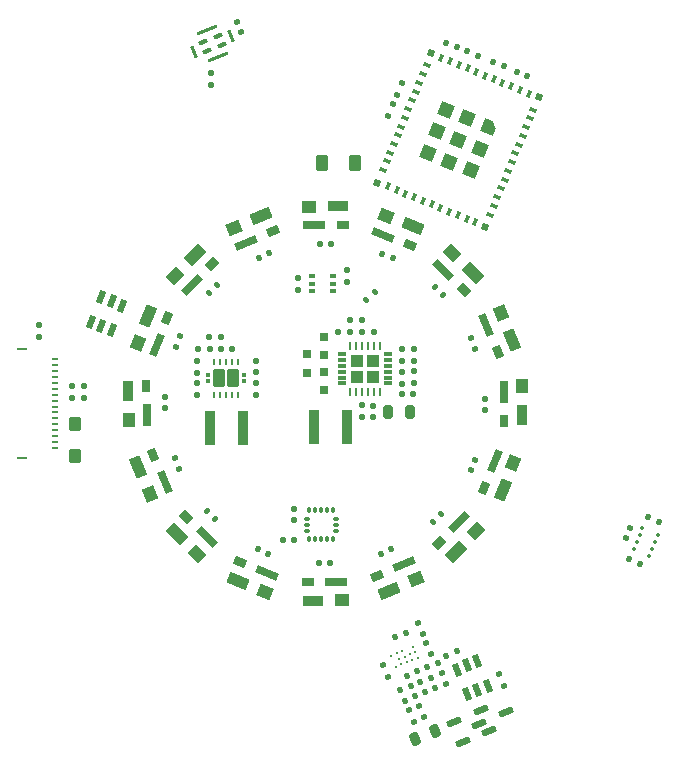
<source format=gtp>
%TF.GenerationSoftware,KiCad,Pcbnew,7.0.8*%
%TF.CreationDate,2023-10-15T21:23:35+02:00*%
%TF.ProjectId,blinkekatze,626c696e-6b65-46b6-9174-7a652e6b6963,rev?*%
%TF.SameCoordinates,Original*%
%TF.FileFunction,Paste,Top*%
%TF.FilePolarity,Positive*%
%FSLAX46Y46*%
G04 Gerber Fmt 4.6, Leading zero omitted, Abs format (unit mm)*
G04 Created by KiCad (PCBNEW 7.0.8) date 2023-10-15 21:23:35*
%MOMM*%
%LPD*%
G01*
G04 APERTURE LIST*
G04 Aperture macros list*
%AMRoundRect*
0 Rectangle with rounded corners*
0 $1 Rounding radius*
0 $2 $3 $4 $5 $6 $7 $8 $9 X,Y pos of 4 corners*
0 Add a 4 corners polygon primitive as box body*
4,1,4,$2,$3,$4,$5,$6,$7,$8,$9,$2,$3,0*
0 Add four circle primitives for the rounded corners*
1,1,$1+$1,$2,$3*
1,1,$1+$1,$4,$5*
1,1,$1+$1,$6,$7*
1,1,$1+$1,$8,$9*
0 Add four rect primitives between the rounded corners*
20,1,$1+$1,$2,$3,$4,$5,0*
20,1,$1+$1,$4,$5,$6,$7,0*
20,1,$1+$1,$6,$7,$8,$9,0*
20,1,$1+$1,$8,$9,$2,$3,0*%
%AMRotRect*
0 Rectangle, with rotation*
0 The origin of the aperture is its center*
0 $1 length*
0 $2 width*
0 $3 Rotation angle, in degrees counterclockwise*
0 Add horizontal line*
21,1,$1,$2,0,0,$3*%
%AMFreePoly0*
4,1,6,0.580000,-0.580000,-0.580000,-0.580000,-0.580000,0.084940,-0.084940,0.580000,0.580000,0.580000,0.580000,-0.580000,0.580000,-0.580000,$1*%
%AMFreePoly1*
4,1,5,0.280000,-0.280000,-0.280000,-0.280000,-0.280000,0.280000,0.280000,0.280000,0.280000,-0.280000,0.280000,-0.280000,$1*%
G04 Aperture macros list end*
%ADD10RoundRect,0.081000X0.213341X-0.057754X0.110017X0.191693X-0.213341X0.057754X-0.110017X-0.191693X0*%
%ADD11RoundRect,0.081000X0.110017X-0.191693X0.213341X0.057754X-0.110017X0.191693X-0.213341X-0.057754X0*%
%ADD12RoundRect,0.032500X0.107500X-0.187500X0.107500X0.187500X-0.107500X0.187500X-0.107500X-0.187500X0*%
%ADD13RoundRect,0.052500X0.167500X-0.087500X0.167500X0.087500X-0.167500X0.087500X-0.167500X-0.087500X0*%
%ADD14RotRect,0.280000X0.280000X247.500000*%
%ADD15R,0.960000X2.960000*%
%ADD16RoundRect,0.010000X-0.250000X-0.110000X0.250000X-0.110000X0.250000X0.110000X-0.250000X0.110000X0*%
%ADD17RotRect,1.040000X0.720000X45.000000*%
%ADD18RotRect,1.760000X0.960000X45.000000*%
%ADD19RotRect,1.200000X1.040000X45.000000*%
%ADD20RotRect,1.920000X0.640000X45.000000*%
%ADD21RoundRect,0.081000X0.135000X0.175000X-0.135000X0.175000X-0.135000X-0.175000X0.135000X-0.175000X0*%
%ADD22R,1.040000X0.720000*%
%ADD23R,1.760000X0.960000*%
%ADD24R,1.200000X1.040000*%
%ADD25R,1.920000X0.640000*%
%ADD26RotRect,1.040000X0.720000X67.500000*%
%ADD27RotRect,1.760000X0.960000X67.500000*%
%ADD28RotRect,1.200000X1.040000X67.500000*%
%ADD29RotRect,1.920000X0.640000X67.500000*%
%ADD30RoundRect,0.084000X0.192103X0.097941X-0.066583X0.205092X-0.192103X-0.097941X0.066583X-0.205092X0*%
%ADD31RoundRect,0.135000X0.245000X-0.225000X0.245000X0.225000X-0.245000X0.225000X-0.245000X-0.225000X0*%
%ADD32RoundRect,0.084000X0.205092X-0.066583X0.097941X0.192103X-0.205092X0.066583X-0.097941X-0.192103X0*%
%ADD33RoundRect,0.110000X-0.430000X0.450000X-0.430000X-0.450000X0.430000X-0.450000X0.430000X0.450000X0*%
%ADD34RoundRect,0.084000X-0.164000X0.140000X-0.164000X-0.140000X0.164000X-0.140000X0.164000X0.140000X0*%
%ADD35RoundRect,0.084000X-0.140000X-0.164000X0.140000X-0.164000X0.140000X0.164000X-0.140000X0.164000X0*%
%ADD36RoundRect,0.084000X-0.214960X-0.016971X-0.016971X-0.214960X0.214960X0.016971X0.016971X0.214960X0*%
%ADD37RoundRect,0.081000X-0.135000X-0.175000X0.135000X-0.175000X0.135000X0.175000X-0.135000X0.175000X0*%
%ADD38RoundRect,0.084000X0.066583X0.205092X-0.192103X0.097941X-0.066583X-0.205092X0.192103X-0.097941X0*%
%ADD39RotRect,1.040000X0.720000X22.500000*%
%ADD40RotRect,1.760000X0.960000X22.500000*%
%ADD41RotRect,1.200000X1.040000X22.500000*%
%ADD42RotRect,1.920000X0.640000X22.500000*%
%ADD43RoundRect,0.084000X-0.205092X0.066583X-0.097941X-0.192103X0.205092X-0.066583X0.097941X0.192103X0*%
%ADD44RoundRect,0.084000X-0.192103X-0.097941X0.066583X-0.205092X0.192103X0.097941X-0.066583X0.205092X0*%
%ADD45RoundRect,0.150000X-0.250000X-0.430000X0.250000X-0.430000X0.250000X0.430000X-0.250000X0.430000X0*%
%ADD46RoundRect,0.084000X0.016971X-0.214960X0.214960X-0.016971X-0.016971X0.214960X-0.214960X0.016971X0*%
%ADD47RoundRect,0.084000X-0.097941X0.192103X-0.205092X-0.066583X0.097941X-0.192103X0.205092X0.066583X0*%
%ADD48RoundRect,0.002500X-0.451892X-0.444248X0.633667X0.005405X0.451892X0.444248X-0.633667X-0.005405X0*%
%ADD49RoundRect,0.147500X-0.084661X-0.481555X0.400375X-0.280646X0.084661X0.481555X-0.400375X0.280646X0*%
%ADD50RoundRect,0.084000X-0.066583X-0.205092X0.192103X-0.097941X0.066583X0.205092X-0.192103X0.097941X0*%
%ADD51RoundRect,0.081000X-0.213341X0.057754X-0.110017X-0.191693X0.213341X-0.057754X0.110017X0.191693X0*%
%ADD52RoundRect,0.081000X-0.057754X-0.213341X0.191693X-0.110017X0.057754X0.213341X-0.191693X0.110017X0*%
%ADD53RoundRect,0.084000X-0.016971X0.214960X-0.214960X0.016971X0.016971X-0.214960X0.214960X-0.016971X0*%
%ADD54RoundRect,0.081000X0.175000X-0.135000X0.175000X0.135000X-0.175000X0.135000X-0.175000X-0.135000X0*%
%ADD55RoundRect,0.125000X0.375000X0.575000X-0.375000X0.575000X-0.375000X-0.575000X0.375000X-0.575000X0*%
%ADD56RoundRect,0.081000X-0.175000X0.135000X-0.175000X-0.135000X0.175000X-0.135000X0.175000X0.135000X0*%
%ADD57RotRect,1.040000X0.720000X247.500000*%
%ADD58RotRect,1.760000X0.960000X247.500000*%
%ADD59RotRect,1.200000X1.040000X247.500000*%
%ADD60RotRect,1.920000X0.640000X247.500000*%
%ADD61RotRect,1.040000X0.720000X337.500000*%
%ADD62RotRect,1.760000X0.960000X337.500000*%
%ADD63RotRect,1.200000X1.040000X337.500000*%
%ADD64RotRect,1.920000X0.640000X337.500000*%
%ADD65RoundRect,0.084000X0.164000X-0.140000X0.164000X0.140000X-0.164000X0.140000X-0.164000X-0.140000X0*%
%ADD66RoundRect,0.081000X0.057754X0.213341X-0.191693X0.110017X-0.057754X-0.213341X0.191693X-0.110017X0*%
%ADD67RotRect,1.040000X0.720000X202.500000*%
%ADD68RotRect,1.760000X0.960000X202.500000*%
%ADD69RotRect,1.200000X1.040000X202.500000*%
%ADD70RotRect,1.920000X0.640000X202.500000*%
%ADD71RoundRect,0.081000X0.191693X0.110017X-0.057754X0.213341X-0.191693X-0.110017X0.057754X-0.213341X0*%
%ADD72RoundRect,0.135000X-0.245000X0.225000X-0.245000X-0.225000X0.245000X-0.225000X0.245000X0.225000X0*%
%ADD73RoundRect,0.084000X0.140000X0.164000X-0.140000X0.164000X-0.140000X-0.164000X0.140000X-0.164000X0*%
%ADD74RoundRect,0.017500X0.401688X-0.388341X0.009438X0.558635X-0.401688X0.388341X-0.009438X-0.558635X0*%
%ADD75RotRect,1.040000X0.720000X157.500000*%
%ADD76RotRect,1.760000X0.960000X157.500000*%
%ADD77RotRect,1.200000X1.040000X157.500000*%
%ADD78RotRect,1.920000X0.640000X157.500000*%
%ADD79RotRect,0.640000X0.320000X247.500000*%
%ADD80RotRect,0.640000X0.320000X337.500000*%
%ADD81FreePoly0,247.500000*%
%ADD82RotRect,1.160000X1.160000X247.500000*%
%ADD83FreePoly1,247.500000*%
%ADD84RotRect,1.040000X0.720000X225.000000*%
%ADD85RotRect,1.760000X0.960000X225.000000*%
%ADD86RotRect,1.200000X1.040000X225.000000*%
%ADD87RotRect,1.920000X0.640000X225.000000*%
%ADD88RoundRect,0.025000X0.145000X-0.100000X0.145000X0.100000X-0.145000X0.100000X-0.145000X-0.100000X0*%
%ADD89RoundRect,0.106000X0.424000X-0.644000X0.424000X0.644000X-0.424000X0.644000X-0.424000X-0.644000X0*%
%ADD90R,0.192000X0.480000*%
%ADD91RoundRect,0.081000X-0.110017X0.191693X-0.213341X-0.057754X0.110017X-0.191693X0.213341X0.057754X0*%
%ADD92RotRect,1.040000X0.720000X292.500000*%
%ADD93RotRect,1.760000X0.960000X292.500000*%
%ADD94RotRect,1.200000X1.040000X292.500000*%
%ADD95RotRect,1.920000X0.640000X292.500000*%
%ADD96RotRect,1.040000X0.720000X135.000000*%
%ADD97RotRect,1.760000X0.960000X135.000000*%
%ADD98RotRect,1.200000X1.040000X135.000000*%
%ADD99RotRect,1.920000X0.640000X135.000000*%
%ADD100R,0.520000X0.240000*%
%ADD101R,0.920000X0.240000*%
%ADD102RoundRect,0.250000X0.295000X0.295000X-0.295000X0.295000X-0.295000X-0.295000X0.295000X-0.295000X0*%
%ADD103RoundRect,0.000000X0.330000X0.100000X-0.330000X0.100000X-0.330000X-0.100000X0.330000X-0.100000X0*%
%ADD104RoundRect,0.037500X0.062500X0.292500X-0.062500X0.292500X-0.062500X-0.292500X0.062500X-0.292500X0*%
%ADD105R,0.720000X1.040000*%
%ADD106R,0.960000X1.760000*%
%ADD107R,1.040000X1.200000*%
%ADD108R,0.640000X1.920000*%
%ADD109RoundRect,0.084000X0.097941X-0.192103X0.205092X0.066583X-0.097941X0.192103X-0.205092X-0.066583X0*%
%ADD110RoundRect,0.084000X0.214960X0.016971X0.016971X0.214960X-0.214960X-0.016971X-0.016971X-0.214960X0*%
%ADD111C,0.196000*%
%ADD112RotRect,0.360000X0.760000X112.500000*%
%ADD113RotRect,0.280000X1.840000X112.500000*%
%ADD114RotRect,1.040000X0.280000X112.500000*%
%ADD115RoundRect,0.081000X0.028284X-0.219203X0.219203X-0.028284X-0.028284X0.219203X-0.219203X0.028284X0*%
%ADD116RoundRect,0.017500X0.009438X-0.558635X0.401688X0.388341X-0.009438X0.558635X-0.401688X-0.388341X0*%
%ADD117RotRect,1.040000X0.720000X315.000000*%
%ADD118RotRect,1.760000X0.960000X315.000000*%
%ADD119RotRect,1.200000X1.040000X315.000000*%
%ADD120RotRect,1.920000X0.640000X315.000000*%
%ADD121RotRect,1.040000X0.720000X112.500000*%
%ADD122RotRect,1.760000X0.960000X112.500000*%
%ADD123RotRect,1.200000X1.040000X112.500000*%
%ADD124RotRect,1.920000X0.640000X112.500000*%
G04 APERTURE END LIST*
D10*
%TO.C,R6*%
X108354952Y-126567013D03*
X107964614Y-125624655D03*
%TD*%
D11*
%TO.C,R23*%
X106109662Y-73842358D03*
X106500000Y-72900000D03*
%TD*%
D12*
%TO.C,U10*%
X98658209Y-111478945D03*
X99158209Y-111478945D03*
X99658209Y-111478945D03*
X100158209Y-111478945D03*
X100658209Y-111478945D03*
D13*
X100883209Y-110753945D03*
X100883209Y-110253945D03*
X100883209Y-109753945D03*
D12*
X100658209Y-109028945D03*
X100158209Y-109028945D03*
X99658209Y-109028945D03*
X99158209Y-109028945D03*
X98658209Y-109028945D03*
D13*
X98433209Y-109753945D03*
X98433209Y-110253945D03*
X98433209Y-110753945D03*
%TD*%
D14*
%TO.C,U5*%
X128197488Y-111098957D03*
X127948744Y-111699479D03*
X127700000Y-112300000D03*
X127451255Y-112900522D03*
X126111630Y-112345631D03*
X126360374Y-111745109D03*
X126609118Y-111144588D03*
X126857863Y-110544066D03*
%TD*%
D15*
%TO.C,L4*%
X93000000Y-102045001D03*
X90200000Y-102045001D03*
%TD*%
D16*
%TO.C,U7*%
X98850003Y-89199996D03*
X98850003Y-89849996D03*
X98850003Y-90499996D03*
X100650003Y-90499996D03*
X100650003Y-89849996D03*
X100650003Y-89199996D03*
%TD*%
D17*
%TO.C,D15*%
X90411701Y-88190381D03*
D18*
X88997487Y-87412563D03*
D19*
X87300431Y-89180330D03*
D20*
X88714645Y-89958148D03*
%TD*%
D21*
%TO.C,R14*%
X102122502Y-93900000D03*
X101102502Y-93900000D03*
%TD*%
D22*
%TO.C,D13*%
X101500000Y-84850000D03*
D23*
X101050000Y-83300000D03*
D24*
X98600000Y-83350000D03*
D25*
X99050000Y-84900000D03*
%TD*%
D26*
%TO.C,D16*%
X86609323Y-92789462D03*
D27*
X85005102Y-92612048D03*
D28*
X84113721Y-94894687D03*
D29*
X85717942Y-95072101D03*
%TD*%
D30*
%TO.C,C5*%
X95186924Y-112707376D03*
X94300000Y-112340000D03*
%TD*%
D31*
%TO.C,C32*%
X99912503Y-95874998D03*
X99912503Y-94324998D03*
%TD*%
D32*
%TO.C,C26*%
X110217376Y-123736924D03*
X109850000Y-122850000D03*
%TD*%
D33*
%TO.C,C17*%
X78800000Y-101750000D03*
X78800000Y-104450000D03*
%TD*%
D34*
%TO.C,C72*%
X94099999Y-98284999D03*
X94099999Y-99244999D03*
%TD*%
D35*
%TO.C,C73*%
X91140000Y-95344996D03*
X92100000Y-95344996D03*
%TD*%
D36*
%TO.C,C12*%
X109270589Y-90170589D03*
X109949411Y-90849411D03*
%TD*%
D34*
%TO.C,C74*%
X89140001Y-98285001D03*
X89140001Y-99245001D03*
%TD*%
D37*
%TO.C,R19*%
X78579999Y-99500000D03*
X79599999Y-99500000D03*
%TD*%
D38*
%TO.C,C20*%
X107252823Y-123906239D03*
X106365899Y-124273615D03*
%TD*%
D39*
%TO.C,D14*%
X95561100Y-85411272D03*
D40*
X94552195Y-84151467D03*
D41*
X92307824Y-85135235D03*
D42*
X93316730Y-86395041D03*
%TD*%
D43*
%TO.C,C68*%
X92516313Y-67656537D03*
X92883689Y-68543461D03*
%TD*%
D44*
%TO.C,C13*%
X104826538Y-87346312D03*
X105713462Y-87713688D03*
%TD*%
D45*
%TO.C,C28*%
X105312502Y-100725001D03*
X107212502Y-100725001D03*
%TD*%
D46*
%TO.C,C16*%
X90190589Y-90679411D03*
X90869411Y-90000589D03*
%TD*%
D47*
%TO.C,C9*%
X112713688Y-104736538D03*
X112346312Y-105623462D03*
%TD*%
D48*
%TO.C,Q1*%
X110904177Y-126939846D03*
X111631275Y-128695217D03*
X113000000Y-127100000D03*
%TD*%
D49*
%TO.C,R4*%
X107604997Y-128382178D03*
X109291077Y-127683780D03*
%TD*%
D50*
%TO.C,C21*%
X106710970Y-125158954D03*
X107597894Y-124791578D03*
%TD*%
D37*
%TO.C,R48*%
X89190004Y-95345001D03*
X90210004Y-95345001D03*
%TD*%
D51*
%TO.C,R9*%
X104910294Y-122170565D03*
X105300632Y-123112923D03*
%TD*%
D52*
%TO.C,R11*%
X110228821Y-121345169D03*
X111171179Y-120954831D03*
%TD*%
D43*
%TO.C,C23*%
X108571915Y-120296683D03*
X108939291Y-121183607D03*
%TD*%
D31*
%TO.C,C31*%
X98412503Y-97374999D03*
X98412503Y-95824999D03*
%TD*%
D53*
%TO.C,C8*%
X109829411Y-109310589D03*
X109150589Y-109989411D03*
%TD*%
D54*
%TO.C,R15*%
X107512504Y-96395000D03*
X107512504Y-95375000D03*
%TD*%
D55*
%TO.C,F1*%
X102550000Y-79600000D03*
X99750000Y-79600000D03*
%TD*%
D56*
%TO.C,R22*%
X101800005Y-88689996D03*
X101800005Y-89709996D03*
%TD*%
D38*
%TO.C,C7*%
X105566924Y-112342624D03*
X104680000Y-112710000D03*
%TD*%
D57*
%TO.C,D8*%
X113440677Y-107160538D03*
D58*
X115044898Y-107337952D03*
D59*
X115936279Y-105055313D03*
D60*
X114332058Y-104877899D03*
%TD*%
D61*
%TO.C,D12*%
X107210538Y-86609323D03*
D62*
X107387952Y-85005102D03*
D63*
X105105313Y-84113721D03*
D64*
X104927899Y-85717942D03*
%TD*%
D35*
%TO.C,C14*%
X99540000Y-86460000D03*
X100500000Y-86460000D03*
%TD*%
D65*
%TO.C,C2*%
X86450000Y-100410000D03*
X86450000Y-99450000D03*
%TD*%
D66*
%TO.C,R12*%
X106863761Y-119413107D03*
X105921403Y-119803445D03*
%TD*%
D67*
%TO.C,D6*%
X104388900Y-114588728D03*
D68*
X105397805Y-115848533D03*
D69*
X107642176Y-114864765D03*
D70*
X106633270Y-113604959D03*
%TD*%
D65*
%TO.C,C71*%
X94100001Y-97325000D03*
X94100001Y-96365000D03*
%TD*%
D71*
%TO.C,R46*%
X115142358Y-71440338D03*
X114200000Y-71050000D03*
%TD*%
D72*
%TO.C,C30*%
X99912502Y-97325000D03*
X99912502Y-98875000D03*
%TD*%
D54*
%TO.C,R18*%
X106512500Y-98315000D03*
X106512500Y-97295000D03*
%TD*%
D73*
%TO.C,C6*%
X100410000Y-113530000D03*
X99450000Y-113530000D03*
%TD*%
D74*
%TO.C,U4*%
X111994629Y-124627097D03*
X112872314Y-124263548D03*
X113750000Y-123899999D03*
X112879395Y-121798173D03*
X112001710Y-122161722D03*
X111124024Y-122525271D03*
%TD*%
D75*
%TO.C,D4*%
X92789462Y-113440677D03*
D76*
X92612048Y-115044898D03*
D77*
X94894687Y-115936279D03*
D78*
X95072101Y-114332058D03*
%TD*%
D79*
%TO.C,U1*%
X117218479Y-73764617D03*
X116479376Y-73458471D03*
X115740272Y-73152324D03*
X115001169Y-72846177D03*
X114262065Y-72540031D03*
X113522961Y-72233884D03*
X112783858Y-71927737D03*
X112044754Y-71621590D03*
X111305650Y-71315444D03*
X110566547Y-71009297D03*
X109827443Y-70703150D03*
D80*
X108575000Y-71375002D03*
X108268853Y-72114106D03*
X107962706Y-72853210D03*
X107656560Y-73592313D03*
X107350413Y-74331417D03*
X107044266Y-75070521D03*
X106738119Y-75809624D03*
X106431973Y-76548728D03*
X106125826Y-77287831D03*
X105819679Y-78026935D03*
X105513532Y-78766039D03*
X105207386Y-79505142D03*
X104901239Y-80244246D03*
D79*
X105311779Y-81604929D03*
X106050882Y-81911075D03*
X106789986Y-82217222D03*
X107529089Y-82523369D03*
X108268193Y-82829515D03*
X109007297Y-83135662D03*
X109746400Y-83441809D03*
X110485504Y-83747956D03*
X111224608Y-84054102D03*
X111963711Y-84360249D03*
X112702815Y-84666396D03*
D80*
X113955258Y-83994544D03*
X114261405Y-83255440D03*
X114567552Y-82516336D03*
X114873698Y-81777233D03*
X115179845Y-81038129D03*
X115485992Y-80299025D03*
X115792139Y-79559922D03*
X116098285Y-78820818D03*
X116404432Y-78081715D03*
X116710579Y-77342611D03*
X117016726Y-76603507D03*
X117322872Y-75864404D03*
X117629019Y-75125300D03*
D81*
X113845591Y-76615911D03*
D82*
X112020929Y-75860111D03*
X110196267Y-75104311D03*
X113089791Y-78440573D03*
X111265129Y-77684773D03*
X109440467Y-76928973D03*
X112333991Y-80265235D03*
X110509329Y-79509435D03*
X108684667Y-78753635D03*
D83*
X113561366Y-85076139D03*
X104414959Y-81287573D03*
X108968892Y-70293407D03*
X118115299Y-74081973D03*
%TD*%
D66*
%TO.C,R10*%
X109531569Y-121934078D03*
X108589211Y-122324416D03*
%TD*%
D84*
%TO.C,D7*%
X109638299Y-111809619D03*
D85*
X111052513Y-112587437D03*
D86*
X112749569Y-110819670D03*
D87*
X111335355Y-110041852D03*
%TD*%
D44*
%TO.C,C70*%
X127361097Y-109638605D03*
X128248021Y-110005981D03*
%TD*%
D34*
%TO.C,C67*%
X97710004Y-89400000D03*
X97710004Y-90360000D03*
%TD*%
D65*
%TO.C,C27*%
X103112500Y-101105001D03*
X103112500Y-100145001D03*
%TD*%
D88*
%TO.C,U9*%
X90070000Y-98095002D03*
X93130000Y-98095002D03*
D89*
X90970000Y-97845002D03*
X92230000Y-97845002D03*
D88*
X90070000Y-97595002D03*
X93130000Y-97595002D03*
D90*
X90600000Y-99245002D03*
X91100000Y-99245002D03*
X91600000Y-99245002D03*
X92100000Y-99245002D03*
X92600000Y-99245002D03*
X92600000Y-96445002D03*
X92100000Y-96445002D03*
X91600000Y-96445002D03*
X91100000Y-96445002D03*
X90600000Y-96445002D03*
%TD*%
D50*
%TO.C,C15*%
X94386538Y-87653688D03*
X95273462Y-87286312D03*
%TD*%
D91*
%TO.C,R45*%
X105745169Y-74678821D03*
X105354831Y-75621179D03*
%TD*%
D51*
%TO.C,R7*%
X107852470Y-118559789D03*
X108242808Y-119502147D03*
%TD*%
D92*
%TO.C,D10*%
X114588728Y-95611100D03*
D93*
X115848533Y-94602195D03*
D94*
X114864765Y-92357824D03*
D95*
X113604959Y-93366730D03*
%TD*%
D96*
%TO.C,D3*%
X88190381Y-109588299D03*
D97*
X87412563Y-111002513D03*
D98*
X89180330Y-112699569D03*
D99*
X89958148Y-111285355D03*
%TD*%
D47*
%TO.C,C69*%
X125820871Y-110515757D03*
X125453495Y-111402681D03*
%TD*%
D73*
%TO.C,C33*%
X107434996Y-99199998D03*
X106474996Y-99199998D03*
%TD*%
D54*
%TO.C,R43*%
X90300000Y-73010000D03*
X90300000Y-71990000D03*
%TD*%
D34*
%TO.C,C10*%
X113530000Y-99590000D03*
X113530000Y-100550000D03*
%TD*%
D71*
%TO.C,R21*%
X126679541Y-113574555D03*
X125737183Y-113184217D03*
%TD*%
D100*
%TO.C,J4*%
X77100000Y-96250000D03*
X77100000Y-96750000D03*
X77100000Y-97250000D03*
X77100000Y-97750000D03*
X77100000Y-98250000D03*
X77100000Y-98750000D03*
X77100000Y-99250000D03*
X77100000Y-99750000D03*
X77100000Y-100250000D03*
X77100000Y-100750000D03*
X77100000Y-101250000D03*
X77100000Y-101750000D03*
X77100000Y-102250000D03*
X77100000Y-102750000D03*
X77100000Y-103250000D03*
X77100000Y-103750000D03*
D101*
X74290000Y-95365000D03*
X74290000Y-104635000D03*
%TD*%
D10*
%TO.C,R8*%
X115095169Y-123871179D03*
X114704831Y-122928821D03*
%TD*%
D37*
%TO.C,R13*%
X102102502Y-92900002D03*
X103122502Y-92900002D03*
%TD*%
%TO.C,R49*%
X90190002Y-94344999D03*
X91210002Y-94344999D03*
%TD*%
D65*
%TO.C,C75*%
X89140000Y-97395001D03*
X89140000Y-96435001D03*
%TD*%
D34*
%TO.C,C29*%
X104062499Y-100174999D03*
X104062499Y-101134999D03*
%TD*%
D71*
%TO.C,R44*%
X112950000Y-70550000D03*
X112007642Y-70159662D03*
%TD*%
D102*
%TO.C,U8*%
X104050000Y-97724999D03*
X104050000Y-96374999D03*
X102700000Y-97724999D03*
X102700000Y-96374999D03*
D103*
X105337500Y-98299999D03*
X105337500Y-97799999D03*
X105337500Y-97299999D03*
X105337500Y-96799999D03*
X105337500Y-96299999D03*
X105337500Y-95799999D03*
D104*
X104625000Y-95087499D03*
X104125000Y-95087499D03*
X103625000Y-95087499D03*
X103125000Y-95087499D03*
X102625000Y-95087499D03*
X102125000Y-95087499D03*
D103*
X101412500Y-95799999D03*
X101412500Y-96299999D03*
X101412500Y-96799999D03*
X101412500Y-97299999D03*
X101412500Y-97799999D03*
X101412500Y-98299999D03*
D104*
X102125000Y-99012499D03*
X102625000Y-99012499D03*
X103125000Y-99012499D03*
X103625000Y-99012499D03*
X104125000Y-99012499D03*
X104625000Y-99012499D03*
%TD*%
D105*
%TO.C,D1*%
X84850000Y-98500000D03*
D106*
X83300000Y-98950000D03*
D107*
X83350000Y-101400000D03*
D108*
X84900000Y-100950000D03*
%TD*%
D43*
%TO.C,C11*%
X112336312Y-94456538D03*
X112703688Y-95343462D03*
%TD*%
D109*
%TO.C,C1*%
X87332624Y-95186924D03*
X87700000Y-94300000D03*
%TD*%
D22*
%TO.C,D5*%
X98500000Y-115150000D03*
D23*
X98950000Y-116700000D03*
D24*
X101400000Y-116650000D03*
D25*
X100950000Y-115100000D03*
%TD*%
D65*
%TO.C,C19*%
X97366666Y-109877370D03*
X97366666Y-108917370D03*
%TD*%
D37*
%TO.C,R20*%
X78590000Y-98500000D03*
X79610000Y-98500000D03*
%TD*%
D10*
%TO.C,R5*%
X107473439Y-126921323D03*
X107083101Y-125978965D03*
%TD*%
D38*
%TO.C,C24*%
X108943522Y-123205928D03*
X108056598Y-123573304D03*
%TD*%
D110*
%TO.C,C4*%
X90668822Y-109808822D03*
X89990000Y-109130000D03*
%TD*%
D54*
%TO.C,R16*%
X106512501Y-96399998D03*
X106512501Y-95379998D03*
%TD*%
D48*
%TO.C,Q2*%
X113170314Y-125981080D03*
X113897412Y-127736451D03*
X115266137Y-126141234D03*
%TD*%
D111*
%TO.C,U2*%
X105979322Y-122268956D03*
X105596639Y-121345077D03*
X106441262Y-122077614D03*
X106249920Y-121615675D03*
X106058579Y-121153735D03*
X106903202Y-121886273D03*
X106711860Y-121424333D03*
X106520518Y-120962393D03*
X107365141Y-121694931D03*
X107173800Y-121232991D03*
X107827081Y-121503589D03*
X107635740Y-121041650D03*
X107444398Y-120579710D03*
%TD*%
D112*
%TO.C,U6*%
X90904668Y-68888910D03*
X89657431Y-69405533D03*
X89982712Y-70190830D03*
X91229949Y-69674207D03*
D113*
X90912477Y-70671622D03*
D114*
X88849998Y-70199999D03*
X92037382Y-68879741D03*
D113*
X89974903Y-68408118D03*
%TD*%
D44*
%TO.C,C66*%
X110255359Y-69432624D03*
X111142283Y-69800000D03*
%TD*%
D54*
%TO.C,R17*%
X107512503Y-98270001D03*
X107512503Y-97250001D03*
%TD*%
D115*
%TO.C,R1*%
X103489376Y-91260624D03*
X104210624Y-90539376D03*
%TD*%
D105*
%TO.C,D9*%
X115150000Y-101450000D03*
D106*
X116700000Y-101000000D03*
D107*
X116650000Y-98550000D03*
D108*
X115100000Y-99000000D03*
%TD*%
D15*
%TO.C,L2*%
X101812502Y-102000001D03*
X99012502Y-102000001D03*
%TD*%
D116*
%TO.C,U3*%
X80174025Y-93074728D03*
X81051711Y-93438277D03*
X81929396Y-93801826D03*
X82800001Y-91700000D03*
X81922315Y-91336451D03*
X81044630Y-90972902D03*
%TD*%
D50*
%TO.C,C22*%
X108420147Y-124450990D03*
X109307071Y-124083614D03*
%TD*%
D117*
%TO.C,D11*%
X111759619Y-90361701D03*
D118*
X112537437Y-88947487D03*
D119*
X110769670Y-87250431D03*
D120*
X109991852Y-88664645D03*
%TD*%
D54*
%TO.C,R2*%
X75750000Y-94360000D03*
X75750000Y-93340000D03*
%TD*%
D32*
%TO.C,C3*%
X87617376Y-105516924D03*
X87250000Y-104630000D03*
%TD*%
D121*
%TO.C,D2*%
X85411272Y-104388900D03*
D122*
X84151467Y-105397805D03*
D123*
X85135235Y-107642176D03*
D124*
X86395041Y-106633270D03*
%TD*%
D44*
%TO.C,C65*%
X116225000Y-71925000D03*
X117111924Y-72292376D03*
%TD*%
D37*
%TO.C,R3*%
X103102502Y-93900000D03*
X104122502Y-93900000D03*
%TD*%
D35*
%TO.C,C18*%
X96387254Y-111517650D03*
X97347254Y-111517650D03*
%TD*%
D50*
%TO.C,C25*%
X106880035Y-123032380D03*
X107766959Y-122665004D03*
%TD*%
M02*

</source>
